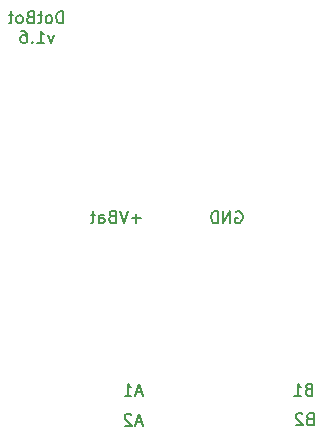
<source format=gbr>
%TF.GenerationSoftware,KiCad,Pcbnew,(5.1.6)-1*%
%TF.CreationDate,2021-10-06T19:04:01+02:00*%
%TF.ProjectId,DotBot,446f7442-6f74-42e6-9b69-6361645f7063,rev?*%
%TF.SameCoordinates,Original*%
%TF.FileFunction,Legend,Bot*%
%TF.FilePolarity,Positive*%
%FSLAX46Y46*%
G04 Gerber Fmt 4.6, Leading zero omitted, Abs format (unit mm)*
G04 Created by KiCad (PCBNEW (5.1.6)-1) date 2021-10-06 19:04:01*
%MOMM*%
%LPD*%
G01*
G04 APERTURE LIST*
%ADD10C,0.150000*%
G04 APERTURE END LIST*
D10*
X88697619Y-62221428D02*
X87935714Y-62221428D01*
X88316666Y-62602380D02*
X88316666Y-61840476D01*
X87602380Y-61602380D02*
X87269047Y-62602380D01*
X86935714Y-61602380D01*
X86269047Y-62078571D02*
X86126190Y-62126190D01*
X86078571Y-62173809D01*
X86030952Y-62269047D01*
X86030952Y-62411904D01*
X86078571Y-62507142D01*
X86126190Y-62554761D01*
X86221428Y-62602380D01*
X86602380Y-62602380D01*
X86602380Y-61602380D01*
X86269047Y-61602380D01*
X86173809Y-61650000D01*
X86126190Y-61697619D01*
X86078571Y-61792857D01*
X86078571Y-61888095D01*
X86126190Y-61983333D01*
X86173809Y-62030952D01*
X86269047Y-62078571D01*
X86602380Y-62078571D01*
X85173809Y-62602380D02*
X85173809Y-62078571D01*
X85221428Y-61983333D01*
X85316666Y-61935714D01*
X85507142Y-61935714D01*
X85602380Y-61983333D01*
X85173809Y-62554761D02*
X85269047Y-62602380D01*
X85507142Y-62602380D01*
X85602380Y-62554761D01*
X85650000Y-62459523D01*
X85650000Y-62364285D01*
X85602380Y-62269047D01*
X85507142Y-62221428D01*
X85269047Y-62221428D01*
X85173809Y-62173809D01*
X84840476Y-61935714D02*
X84459523Y-61935714D01*
X84697619Y-61602380D02*
X84697619Y-62459523D01*
X84650000Y-62554761D01*
X84554761Y-62602380D01*
X84459523Y-62602380D01*
X82138095Y-45727380D02*
X82138095Y-44727380D01*
X81900000Y-44727380D01*
X81757142Y-44775000D01*
X81661904Y-44870238D01*
X81614285Y-44965476D01*
X81566666Y-45155952D01*
X81566666Y-45298809D01*
X81614285Y-45489285D01*
X81661904Y-45584523D01*
X81757142Y-45679761D01*
X81900000Y-45727380D01*
X82138095Y-45727380D01*
X80995238Y-45727380D02*
X81090476Y-45679761D01*
X81138095Y-45632142D01*
X81185714Y-45536904D01*
X81185714Y-45251190D01*
X81138095Y-45155952D01*
X81090476Y-45108333D01*
X80995238Y-45060714D01*
X80852380Y-45060714D01*
X80757142Y-45108333D01*
X80709523Y-45155952D01*
X80661904Y-45251190D01*
X80661904Y-45536904D01*
X80709523Y-45632142D01*
X80757142Y-45679761D01*
X80852380Y-45727380D01*
X80995238Y-45727380D01*
X80376190Y-45060714D02*
X79995238Y-45060714D01*
X80233333Y-44727380D02*
X80233333Y-45584523D01*
X80185714Y-45679761D01*
X80090476Y-45727380D01*
X79995238Y-45727380D01*
X79328571Y-45203571D02*
X79185714Y-45251190D01*
X79138095Y-45298809D01*
X79090476Y-45394047D01*
X79090476Y-45536904D01*
X79138095Y-45632142D01*
X79185714Y-45679761D01*
X79280952Y-45727380D01*
X79661904Y-45727380D01*
X79661904Y-44727380D01*
X79328571Y-44727380D01*
X79233333Y-44775000D01*
X79185714Y-44822619D01*
X79138095Y-44917857D01*
X79138095Y-45013095D01*
X79185714Y-45108333D01*
X79233333Y-45155952D01*
X79328571Y-45203571D01*
X79661904Y-45203571D01*
X78519047Y-45727380D02*
X78614285Y-45679761D01*
X78661904Y-45632142D01*
X78709523Y-45536904D01*
X78709523Y-45251190D01*
X78661904Y-45155952D01*
X78614285Y-45108333D01*
X78519047Y-45060714D01*
X78376190Y-45060714D01*
X78280952Y-45108333D01*
X78233333Y-45155952D01*
X78185714Y-45251190D01*
X78185714Y-45536904D01*
X78233333Y-45632142D01*
X78280952Y-45679761D01*
X78376190Y-45727380D01*
X78519047Y-45727380D01*
X77900000Y-45060714D02*
X77519047Y-45060714D01*
X77757142Y-44727380D02*
X77757142Y-45584523D01*
X77709523Y-45679761D01*
X77614285Y-45727380D01*
X77519047Y-45727380D01*
X81328571Y-46710714D02*
X81090476Y-47377380D01*
X80852380Y-46710714D01*
X79947619Y-47377380D02*
X80519047Y-47377380D01*
X80233333Y-47377380D02*
X80233333Y-46377380D01*
X80328571Y-46520238D01*
X80423809Y-46615476D01*
X80519047Y-46663095D01*
X79519047Y-47282142D02*
X79471428Y-47329761D01*
X79519047Y-47377380D01*
X79566666Y-47329761D01*
X79519047Y-47282142D01*
X79519047Y-47377380D01*
X78614285Y-46377380D02*
X78804761Y-46377380D01*
X78900000Y-46425000D01*
X78947619Y-46472619D01*
X79042857Y-46615476D01*
X79090476Y-46805952D01*
X79090476Y-47186904D01*
X79042857Y-47282142D01*
X78995238Y-47329761D01*
X78900000Y-47377380D01*
X78709523Y-47377380D01*
X78614285Y-47329761D01*
X78566666Y-47282142D01*
X78519047Y-47186904D01*
X78519047Y-46948809D01*
X78566666Y-46853571D01*
X78614285Y-46805952D01*
X78709523Y-46758333D01*
X78900000Y-46758333D01*
X78995238Y-46805952D01*
X79042857Y-46853571D01*
X79090476Y-46948809D01*
X102904761Y-76728571D02*
X102761904Y-76776190D01*
X102714285Y-76823809D01*
X102666666Y-76919047D01*
X102666666Y-77061904D01*
X102714285Y-77157142D01*
X102761904Y-77204761D01*
X102857142Y-77252380D01*
X103238095Y-77252380D01*
X103238095Y-76252380D01*
X102904761Y-76252380D01*
X102809523Y-76300000D01*
X102761904Y-76347619D01*
X102714285Y-76442857D01*
X102714285Y-76538095D01*
X102761904Y-76633333D01*
X102809523Y-76680952D01*
X102904761Y-76728571D01*
X103238095Y-76728571D01*
X101714285Y-77252380D02*
X102285714Y-77252380D01*
X102000000Y-77252380D02*
X102000000Y-76252380D01*
X102095238Y-76395238D01*
X102190476Y-76490476D01*
X102285714Y-76538095D01*
X103004761Y-79228571D02*
X102861904Y-79276190D01*
X102814285Y-79323809D01*
X102766666Y-79419047D01*
X102766666Y-79561904D01*
X102814285Y-79657142D01*
X102861904Y-79704761D01*
X102957142Y-79752380D01*
X103338095Y-79752380D01*
X103338095Y-78752380D01*
X103004761Y-78752380D01*
X102909523Y-78800000D01*
X102861904Y-78847619D01*
X102814285Y-78942857D01*
X102814285Y-79038095D01*
X102861904Y-79133333D01*
X102909523Y-79180952D01*
X103004761Y-79228571D01*
X103338095Y-79228571D01*
X102385714Y-78847619D02*
X102338095Y-78800000D01*
X102242857Y-78752380D01*
X102004761Y-78752380D01*
X101909523Y-78800000D01*
X101861904Y-78847619D01*
X101814285Y-78942857D01*
X101814285Y-79038095D01*
X101861904Y-79180952D01*
X102433333Y-79752380D01*
X101814285Y-79752380D01*
X88764285Y-76966666D02*
X88288095Y-76966666D01*
X88859523Y-77252380D02*
X88526190Y-76252380D01*
X88192857Y-77252380D01*
X87335714Y-77252380D02*
X87907142Y-77252380D01*
X87621428Y-77252380D02*
X87621428Y-76252380D01*
X87716666Y-76395238D01*
X87811904Y-76490476D01*
X87907142Y-76538095D01*
X88764285Y-79516666D02*
X88288095Y-79516666D01*
X88859523Y-79802380D02*
X88526190Y-78802380D01*
X88192857Y-79802380D01*
X87907142Y-78897619D02*
X87859523Y-78850000D01*
X87764285Y-78802380D01*
X87526190Y-78802380D01*
X87430952Y-78850000D01*
X87383333Y-78897619D01*
X87335714Y-78992857D01*
X87335714Y-79088095D01*
X87383333Y-79230952D01*
X87954761Y-79802380D01*
X87335714Y-79802380D01*
X96761904Y-61700000D02*
X96857142Y-61652380D01*
X97000000Y-61652380D01*
X97142857Y-61700000D01*
X97238095Y-61795238D01*
X97285714Y-61890476D01*
X97333333Y-62080952D01*
X97333333Y-62223809D01*
X97285714Y-62414285D01*
X97238095Y-62509523D01*
X97142857Y-62604761D01*
X97000000Y-62652380D01*
X96904761Y-62652380D01*
X96761904Y-62604761D01*
X96714285Y-62557142D01*
X96714285Y-62223809D01*
X96904761Y-62223809D01*
X96285714Y-62652380D02*
X96285714Y-61652380D01*
X95714285Y-62652380D01*
X95714285Y-61652380D01*
X95238095Y-62652380D02*
X95238095Y-61652380D01*
X95000000Y-61652380D01*
X94857142Y-61700000D01*
X94761904Y-61795238D01*
X94714285Y-61890476D01*
X94666666Y-62080952D01*
X94666666Y-62223809D01*
X94714285Y-62414285D01*
X94761904Y-62509523D01*
X94857142Y-62604761D01*
X95000000Y-62652380D01*
X95238095Y-62652380D01*
M02*

</source>
